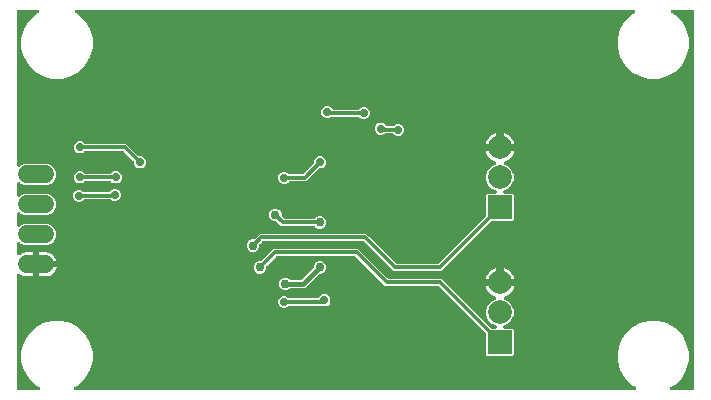
<source format=gbr>
G04 EAGLE Gerber RS-274X export*
G75*
%MOMM*%
%FSLAX34Y34*%
%LPD*%
%INBottom Copper*%
%IPPOS*%
%AMOC8*
5,1,8,0,0,1.08239X$1,22.5*%
G01*
%ADD10C,2.000000*%
%ADD11R,2.000000X2.000000*%
%ADD12C,1.524000*%
%ADD13C,0.756400*%
%ADD14C,0.304800*%
%ADD15C,0.711200*%
%ADD16C,1.524000*%
%ADD17C,0.406400*%

G36*
X28461Y10175D02*
X28461Y10175D01*
X28586Y10181D01*
X28634Y10195D01*
X28683Y10201D01*
X28801Y10243D01*
X28921Y10277D01*
X28964Y10301D01*
X29011Y10318D01*
X29116Y10386D01*
X29225Y10447D01*
X29262Y10480D01*
X29304Y10507D01*
X29391Y10597D01*
X29483Y10681D01*
X29512Y10722D01*
X29546Y10758D01*
X29610Y10865D01*
X29681Y10968D01*
X29699Y11014D01*
X29725Y11057D01*
X29763Y11176D01*
X29809Y11292D01*
X29816Y11342D01*
X29831Y11389D01*
X29841Y11513D01*
X29859Y11637D01*
X29855Y11687D01*
X29859Y11736D01*
X29841Y11860D01*
X29830Y11984D01*
X29815Y12032D01*
X29807Y12081D01*
X29761Y12197D01*
X29723Y12316D01*
X29697Y12359D01*
X29679Y12405D01*
X29607Y12507D01*
X29543Y12615D01*
X29508Y12650D01*
X29480Y12691D01*
X29387Y12774D01*
X29300Y12864D01*
X29248Y12900D01*
X29221Y12924D01*
X29179Y12947D01*
X29098Y13003D01*
X25587Y15030D01*
X19983Y20634D01*
X16021Y27498D01*
X13969Y35153D01*
X13969Y43079D01*
X16021Y50734D01*
X19983Y57598D01*
X25587Y63202D01*
X32451Y67164D01*
X40106Y69216D01*
X48032Y69216D01*
X55687Y67164D01*
X62551Y63202D01*
X68155Y57598D01*
X72117Y50734D01*
X74169Y43079D01*
X74169Y35153D01*
X72117Y27498D01*
X68155Y20634D01*
X62551Y15030D01*
X59040Y13003D01*
X58939Y12929D01*
X58834Y12861D01*
X58800Y12825D01*
X58760Y12796D01*
X58679Y12700D01*
X58592Y12610D01*
X58566Y12568D01*
X58534Y12530D01*
X58477Y12418D01*
X58413Y12311D01*
X58398Y12264D01*
X58375Y12220D01*
X58345Y12098D01*
X58307Y11979D01*
X58303Y11930D01*
X58291Y11881D01*
X58289Y11756D01*
X58279Y11632D01*
X58286Y11583D01*
X58286Y11533D01*
X58312Y11411D01*
X58331Y11287D01*
X58349Y11241D01*
X58360Y11192D01*
X58413Y11080D01*
X58459Y10963D01*
X58488Y10923D01*
X58509Y10878D01*
X58587Y10780D01*
X58658Y10677D01*
X58695Y10644D01*
X58726Y10605D01*
X58824Y10527D01*
X58917Y10444D01*
X58960Y10420D01*
X58999Y10389D01*
X59113Y10336D01*
X59222Y10275D01*
X59270Y10262D01*
X59315Y10240D01*
X59437Y10214D01*
X59557Y10180D01*
X59620Y10175D01*
X59656Y10168D01*
X59703Y10169D01*
X59801Y10161D01*
X533162Y10161D01*
X533286Y10175D01*
X533411Y10181D01*
X533459Y10195D01*
X533508Y10201D01*
X533626Y10243D01*
X533746Y10277D01*
X533789Y10301D01*
X533836Y10318D01*
X533941Y10386D01*
X534050Y10447D01*
X534087Y10480D01*
X534129Y10507D01*
X534216Y10597D01*
X534308Y10681D01*
X534337Y10722D01*
X534371Y10758D01*
X534435Y10865D01*
X534506Y10968D01*
X534524Y11014D01*
X534550Y11057D01*
X534588Y11176D01*
X534634Y11292D01*
X534641Y11342D01*
X534656Y11389D01*
X534666Y11513D01*
X534684Y11637D01*
X534680Y11687D01*
X534684Y11736D01*
X534666Y11860D01*
X534655Y11984D01*
X534640Y12032D01*
X534632Y12081D01*
X534586Y12197D01*
X534548Y12316D01*
X534522Y12359D01*
X534504Y12405D01*
X534432Y12507D01*
X534368Y12615D01*
X534333Y12650D01*
X534305Y12691D01*
X534212Y12774D01*
X534125Y12864D01*
X534073Y12900D01*
X534046Y12924D01*
X534004Y12947D01*
X533923Y13003D01*
X530412Y15030D01*
X524808Y20634D01*
X520846Y27498D01*
X518794Y35153D01*
X518794Y43079D01*
X520846Y50734D01*
X524808Y57598D01*
X530412Y63202D01*
X537276Y67164D01*
X544931Y69216D01*
X552857Y69216D01*
X560512Y67164D01*
X567376Y63202D01*
X572980Y57598D01*
X576942Y50734D01*
X578994Y43079D01*
X578994Y35153D01*
X576942Y27498D01*
X572980Y20634D01*
X567376Y15030D01*
X563865Y13003D01*
X563764Y12929D01*
X563659Y12861D01*
X563625Y12825D01*
X563585Y12796D01*
X563504Y12700D01*
X563417Y12610D01*
X563391Y12568D01*
X563359Y12530D01*
X563302Y12418D01*
X563238Y12311D01*
X563223Y12264D01*
X563200Y12220D01*
X563170Y12098D01*
X563132Y11979D01*
X563128Y11930D01*
X563116Y11881D01*
X563114Y11756D01*
X563104Y11632D01*
X563111Y11583D01*
X563111Y11533D01*
X563137Y11411D01*
X563156Y11287D01*
X563174Y11241D01*
X563185Y11192D01*
X563238Y11080D01*
X563284Y10963D01*
X563313Y10923D01*
X563334Y10878D01*
X563412Y10780D01*
X563483Y10677D01*
X563520Y10644D01*
X563551Y10605D01*
X563649Y10527D01*
X563742Y10444D01*
X563785Y10420D01*
X563824Y10389D01*
X563938Y10336D01*
X564047Y10275D01*
X564095Y10262D01*
X564140Y10240D01*
X564262Y10214D01*
X564382Y10180D01*
X564445Y10175D01*
X564481Y10168D01*
X564528Y10169D01*
X564626Y10161D01*
X581916Y10161D01*
X581942Y10164D01*
X581968Y10162D01*
X582115Y10184D01*
X582262Y10201D01*
X582287Y10209D01*
X582313Y10213D01*
X582451Y10268D01*
X582590Y10318D01*
X582612Y10332D01*
X582637Y10342D01*
X582758Y10427D01*
X582883Y10507D01*
X582901Y10526D01*
X582923Y10541D01*
X583022Y10651D01*
X583125Y10758D01*
X583139Y10780D01*
X583156Y10800D01*
X583228Y10930D01*
X583304Y11057D01*
X583312Y11082D01*
X583325Y11105D01*
X583365Y11248D01*
X583410Y11389D01*
X583412Y11415D01*
X583420Y11440D01*
X583439Y11684D01*
X583439Y331116D01*
X583436Y331142D01*
X583438Y331168D01*
X583416Y331315D01*
X583399Y331462D01*
X583391Y331487D01*
X583387Y331513D01*
X583332Y331651D01*
X583282Y331790D01*
X583268Y331812D01*
X583258Y331837D01*
X583173Y331958D01*
X583093Y332083D01*
X583074Y332101D01*
X583059Y332123D01*
X582949Y332222D01*
X582842Y332325D01*
X582820Y332339D01*
X582800Y332356D01*
X582670Y332428D01*
X582543Y332504D01*
X582518Y332512D01*
X582495Y332525D01*
X582352Y332565D01*
X582211Y332610D01*
X582185Y332612D01*
X582160Y332620D01*
X581916Y332639D01*
X565459Y332639D01*
X565335Y332625D01*
X565210Y332619D01*
X565162Y332605D01*
X565113Y332599D01*
X564996Y332557D01*
X564875Y332523D01*
X564832Y332499D01*
X564785Y332482D01*
X564680Y332414D01*
X564571Y332353D01*
X564534Y332320D01*
X564492Y332293D01*
X564405Y332203D01*
X564313Y332119D01*
X564285Y332078D01*
X564250Y332042D01*
X564186Y331935D01*
X564115Y331832D01*
X564097Y331786D01*
X564071Y331743D01*
X564033Y331624D01*
X563987Y331508D01*
X563980Y331458D01*
X563965Y331411D01*
X563955Y331287D01*
X563937Y331163D01*
X563941Y331113D01*
X563937Y331064D01*
X563956Y330940D01*
X563966Y330816D01*
X563981Y330768D01*
X563989Y330719D01*
X564035Y330603D01*
X564073Y330484D01*
X564099Y330441D01*
X564117Y330395D01*
X564189Y330293D01*
X564253Y330185D01*
X564288Y330150D01*
X564316Y330109D01*
X564409Y330025D01*
X564496Y329936D01*
X564548Y329900D01*
X564575Y329876D01*
X564617Y329853D01*
X564698Y329797D01*
X567376Y328251D01*
X572980Y322647D01*
X576942Y315783D01*
X578994Y308128D01*
X578994Y300202D01*
X576942Y292547D01*
X572980Y285683D01*
X567376Y280079D01*
X560512Y276117D01*
X552857Y274065D01*
X544931Y274065D01*
X537276Y276117D01*
X530412Y280079D01*
X524808Y285683D01*
X520846Y292547D01*
X518794Y300202D01*
X518794Y308128D01*
X520846Y315783D01*
X524808Y322647D01*
X530412Y328251D01*
X533090Y329797D01*
X533191Y329871D01*
X533296Y329939D01*
X533330Y329975D01*
X533370Y330004D01*
X533451Y330100D01*
X533538Y330190D01*
X533563Y330232D01*
X533596Y330270D01*
X533653Y330382D01*
X533717Y330489D01*
X533732Y330536D01*
X533755Y330580D01*
X533785Y330702D01*
X533823Y330821D01*
X533827Y330870D01*
X533839Y330919D01*
X533841Y331044D01*
X533851Y331168D01*
X533844Y331217D01*
X533844Y331267D01*
X533818Y331389D01*
X533799Y331513D01*
X533781Y331559D01*
X533770Y331608D01*
X533717Y331720D01*
X533671Y331837D01*
X533642Y331877D01*
X533621Y331922D01*
X533543Y332020D01*
X533472Y332123D01*
X533435Y332156D01*
X533404Y332195D01*
X533306Y332273D01*
X533213Y332356D01*
X533169Y332380D01*
X533130Y332411D01*
X533017Y332464D01*
X532908Y332525D01*
X532860Y332538D01*
X532815Y332560D01*
X532693Y332586D01*
X532572Y332620D01*
X532510Y332625D01*
X532474Y332632D01*
X532426Y332631D01*
X532329Y332639D01*
X60634Y332639D01*
X60510Y332625D01*
X60385Y332619D01*
X60337Y332605D01*
X60288Y332599D01*
X60171Y332557D01*
X60050Y332523D01*
X60007Y332499D01*
X59960Y332482D01*
X59855Y332414D01*
X59746Y332353D01*
X59709Y332320D01*
X59667Y332293D01*
X59580Y332203D01*
X59488Y332119D01*
X59460Y332078D01*
X59425Y332042D01*
X59361Y331935D01*
X59290Y331832D01*
X59272Y331786D01*
X59246Y331743D01*
X59208Y331624D01*
X59162Y331508D01*
X59155Y331458D01*
X59140Y331411D01*
X59130Y331287D01*
X59112Y331163D01*
X59116Y331113D01*
X59112Y331064D01*
X59131Y330940D01*
X59141Y330816D01*
X59156Y330768D01*
X59164Y330719D01*
X59210Y330603D01*
X59248Y330484D01*
X59274Y330441D01*
X59292Y330395D01*
X59364Y330293D01*
X59428Y330185D01*
X59463Y330150D01*
X59491Y330109D01*
X59584Y330025D01*
X59671Y329936D01*
X59723Y329900D01*
X59750Y329876D01*
X59792Y329853D01*
X59873Y329797D01*
X62551Y328251D01*
X68155Y322647D01*
X72117Y315783D01*
X74169Y308128D01*
X74169Y300202D01*
X72117Y292547D01*
X68155Y285683D01*
X62551Y280079D01*
X55687Y276117D01*
X48032Y274065D01*
X40106Y274065D01*
X32451Y276117D01*
X25587Y280079D01*
X19983Y285683D01*
X16021Y292547D01*
X13969Y300202D01*
X13969Y308128D01*
X16021Y315783D01*
X19983Y322647D01*
X25587Y328251D01*
X28265Y329797D01*
X28366Y329871D01*
X28471Y329939D01*
X28505Y329975D01*
X28545Y330004D01*
X28626Y330100D01*
X28713Y330190D01*
X28738Y330232D01*
X28771Y330270D01*
X28828Y330382D01*
X28892Y330489D01*
X28907Y330536D01*
X28930Y330580D01*
X28960Y330702D01*
X28998Y330821D01*
X29002Y330870D01*
X29014Y330919D01*
X29016Y331044D01*
X29026Y331168D01*
X29019Y331217D01*
X29019Y331267D01*
X28993Y331389D01*
X28974Y331513D01*
X28956Y331559D01*
X28945Y331608D01*
X28892Y331720D01*
X28846Y331837D01*
X28817Y331877D01*
X28796Y331922D01*
X28718Y332020D01*
X28647Y332123D01*
X28610Y332156D01*
X28579Y332195D01*
X28481Y332273D01*
X28388Y332356D01*
X28344Y332380D01*
X28305Y332411D01*
X28192Y332464D01*
X28083Y332525D01*
X28035Y332538D01*
X27990Y332560D01*
X27868Y332586D01*
X27747Y332620D01*
X27685Y332625D01*
X27649Y332632D01*
X27601Y332631D01*
X27504Y332639D01*
X11684Y332639D01*
X11658Y332636D01*
X11632Y332638D01*
X11485Y332616D01*
X11338Y332599D01*
X11313Y332591D01*
X11287Y332587D01*
X11149Y332532D01*
X11010Y332482D01*
X10988Y332468D01*
X10963Y332458D01*
X10842Y332373D01*
X10717Y332293D01*
X10699Y332274D01*
X10677Y332259D01*
X10578Y332149D01*
X10475Y332042D01*
X10461Y332020D01*
X10444Y332000D01*
X10372Y331870D01*
X10296Y331743D01*
X10288Y331718D01*
X10275Y331695D01*
X10235Y331552D01*
X10190Y331411D01*
X10188Y331385D01*
X10180Y331360D01*
X10161Y331116D01*
X10161Y201015D01*
X10172Y200915D01*
X10174Y200815D01*
X10192Y200742D01*
X10201Y200669D01*
X10235Y200574D01*
X10259Y200477D01*
X10293Y200411D01*
X10318Y200340D01*
X10373Y200256D01*
X10419Y200167D01*
X10467Y200110D01*
X10507Y200048D01*
X10579Y199978D01*
X10644Y199901D01*
X10704Y199857D01*
X10758Y199805D01*
X10844Y199754D01*
X10925Y199694D01*
X10993Y199665D01*
X11057Y199627D01*
X11153Y199596D01*
X11245Y199556D01*
X11318Y199543D01*
X11389Y199520D01*
X11489Y199512D01*
X11588Y199495D01*
X11662Y199498D01*
X11736Y199492D01*
X11836Y199507D01*
X11936Y199512D01*
X12007Y199533D01*
X12081Y199544D01*
X12174Y199581D01*
X12271Y199609D01*
X12336Y199645D01*
X12405Y199673D01*
X12487Y199730D01*
X12575Y199779D01*
X12651Y199844D01*
X12691Y199872D01*
X12715Y199898D01*
X12761Y199938D01*
X13616Y200793D01*
X16977Y202185D01*
X35855Y202185D01*
X39216Y200792D01*
X41788Y198220D01*
X43181Y194859D01*
X43181Y191221D01*
X41788Y187860D01*
X39216Y185288D01*
X35855Y183895D01*
X16977Y183895D01*
X13616Y185287D01*
X12761Y186142D01*
X12682Y186205D01*
X12610Y186275D01*
X12546Y186313D01*
X12488Y186359D01*
X12397Y186402D01*
X12311Y186453D01*
X12240Y186476D01*
X12173Y186508D01*
X12075Y186529D01*
X11979Y186560D01*
X11905Y186566D01*
X11832Y186581D01*
X11732Y186580D01*
X11632Y186588D01*
X11558Y186577D01*
X11484Y186575D01*
X11387Y186551D01*
X11287Y186536D01*
X11218Y186508D01*
X11146Y186490D01*
X11057Y186444D01*
X10963Y186407D01*
X10902Y186365D01*
X10836Y186331D01*
X10760Y186266D01*
X10677Y186208D01*
X10627Y186153D01*
X10571Y186105D01*
X10511Y186024D01*
X10444Y185949D01*
X10408Y185884D01*
X10363Y185825D01*
X10324Y185732D01*
X10275Y185644D01*
X10255Y185573D01*
X10225Y185505D01*
X10208Y185406D01*
X10180Y185309D01*
X10172Y185209D01*
X10164Y185162D01*
X10166Y185126D01*
X10161Y185065D01*
X10161Y175615D01*
X10172Y175515D01*
X10174Y175415D01*
X10192Y175342D01*
X10201Y175269D01*
X10235Y175174D01*
X10259Y175077D01*
X10293Y175011D01*
X10318Y174940D01*
X10373Y174856D01*
X10419Y174767D01*
X10467Y174710D01*
X10507Y174648D01*
X10579Y174578D01*
X10644Y174501D01*
X10704Y174457D01*
X10758Y174405D01*
X10844Y174354D01*
X10925Y174294D01*
X10993Y174265D01*
X11057Y174227D01*
X11153Y174196D01*
X11245Y174156D01*
X11318Y174143D01*
X11389Y174120D01*
X11489Y174112D01*
X11588Y174095D01*
X11662Y174098D01*
X11736Y174092D01*
X11836Y174107D01*
X11936Y174112D01*
X12007Y174133D01*
X12081Y174144D01*
X12174Y174181D01*
X12271Y174209D01*
X12336Y174245D01*
X12405Y174273D01*
X12487Y174330D01*
X12575Y174379D01*
X12651Y174444D01*
X12691Y174472D01*
X12715Y174498D01*
X12761Y174538D01*
X13616Y175393D01*
X16977Y176785D01*
X35855Y176785D01*
X39216Y175392D01*
X41788Y172820D01*
X43181Y169459D01*
X43181Y165821D01*
X41788Y162460D01*
X39216Y159888D01*
X35855Y158495D01*
X16977Y158495D01*
X13616Y159887D01*
X12761Y160742D01*
X12682Y160805D01*
X12610Y160875D01*
X12546Y160913D01*
X12488Y160959D01*
X12397Y161002D01*
X12311Y161053D01*
X12240Y161076D01*
X12173Y161108D01*
X12075Y161129D01*
X11979Y161160D01*
X11905Y161166D01*
X11832Y161181D01*
X11732Y161180D01*
X11632Y161188D01*
X11558Y161177D01*
X11484Y161175D01*
X11387Y161151D01*
X11287Y161136D01*
X11218Y161108D01*
X11146Y161090D01*
X11057Y161044D01*
X10963Y161007D01*
X10902Y160965D01*
X10836Y160931D01*
X10760Y160866D01*
X10677Y160808D01*
X10627Y160753D01*
X10571Y160705D01*
X10511Y160624D01*
X10444Y160549D01*
X10408Y160484D01*
X10363Y160425D01*
X10324Y160332D01*
X10275Y160244D01*
X10255Y160173D01*
X10225Y160105D01*
X10208Y160006D01*
X10180Y159909D01*
X10172Y159809D01*
X10164Y159762D01*
X10166Y159726D01*
X10161Y159665D01*
X10161Y150215D01*
X10172Y150115D01*
X10174Y150015D01*
X10192Y149942D01*
X10201Y149869D01*
X10235Y149774D01*
X10259Y149677D01*
X10293Y149611D01*
X10318Y149540D01*
X10373Y149456D01*
X10419Y149367D01*
X10467Y149310D01*
X10507Y149248D01*
X10579Y149178D01*
X10644Y149101D01*
X10704Y149057D01*
X10758Y149005D01*
X10844Y148954D01*
X10925Y148894D01*
X10993Y148865D01*
X11057Y148827D01*
X11153Y148796D01*
X11245Y148756D01*
X11318Y148743D01*
X11389Y148720D01*
X11489Y148712D01*
X11588Y148695D01*
X11662Y148698D01*
X11736Y148692D01*
X11836Y148707D01*
X11936Y148712D01*
X12007Y148733D01*
X12081Y148744D01*
X12174Y148781D01*
X12271Y148809D01*
X12336Y148845D01*
X12405Y148873D01*
X12487Y148930D01*
X12575Y148979D01*
X12651Y149044D01*
X12691Y149072D01*
X12715Y149098D01*
X12761Y149138D01*
X13616Y149993D01*
X16977Y151385D01*
X35855Y151385D01*
X39216Y149992D01*
X41788Y147420D01*
X43181Y144059D01*
X43181Y140421D01*
X41788Y137060D01*
X39216Y134488D01*
X35855Y133095D01*
X16977Y133095D01*
X13616Y134487D01*
X12761Y135342D01*
X12682Y135405D01*
X12610Y135475D01*
X12546Y135513D01*
X12488Y135559D01*
X12397Y135602D01*
X12311Y135653D01*
X12240Y135676D01*
X12173Y135708D01*
X12075Y135729D01*
X11979Y135760D01*
X11905Y135766D01*
X11832Y135781D01*
X11732Y135780D01*
X11632Y135788D01*
X11558Y135777D01*
X11484Y135775D01*
X11387Y135751D01*
X11287Y135736D01*
X11218Y135708D01*
X11146Y135690D01*
X11057Y135644D01*
X10963Y135607D01*
X10902Y135565D01*
X10836Y135531D01*
X10760Y135466D01*
X10677Y135408D01*
X10627Y135353D01*
X10571Y135305D01*
X10511Y135224D01*
X10444Y135149D01*
X10408Y135084D01*
X10363Y135025D01*
X10324Y134932D01*
X10275Y134844D01*
X10255Y134773D01*
X10225Y134705D01*
X10208Y134606D01*
X10180Y134509D01*
X10172Y134409D01*
X10164Y134362D01*
X10166Y134326D01*
X10161Y134265D01*
X10161Y126115D01*
X10179Y125961D01*
X10192Y125806D01*
X10198Y125788D01*
X10201Y125769D01*
X10253Y125623D01*
X10302Y125475D01*
X10312Y125459D01*
X10318Y125441D01*
X10403Y125310D01*
X10483Y125178D01*
X10497Y125164D01*
X10507Y125148D01*
X10619Y125040D01*
X10728Y124929D01*
X10744Y124919D01*
X10758Y124906D01*
X10891Y124826D01*
X11022Y124743D01*
X11040Y124737D01*
X11057Y124727D01*
X11205Y124680D01*
X11351Y124629D01*
X11370Y124627D01*
X11389Y124621D01*
X11543Y124608D01*
X11698Y124592D01*
X11717Y124594D01*
X11736Y124593D01*
X11890Y124616D01*
X12044Y124635D01*
X12062Y124641D01*
X12081Y124644D01*
X12226Y124702D01*
X12371Y124755D01*
X12390Y124767D01*
X12405Y124773D01*
X12441Y124798D01*
X12579Y124883D01*
X13471Y125530D01*
X14896Y126256D01*
X16417Y126751D01*
X17996Y127001D01*
X23877Y127001D01*
X23877Y117856D01*
X23880Y117830D01*
X23878Y117804D01*
X23900Y117657D01*
X23917Y117510D01*
X23925Y117485D01*
X23929Y117459D01*
X23984Y117321D01*
X24034Y117182D01*
X24048Y117160D01*
X24058Y117135D01*
X24143Y117014D01*
X24223Y116889D01*
X24242Y116871D01*
X24257Y116849D01*
X24273Y116835D01*
X24191Y116750D01*
X24177Y116727D01*
X24160Y116708D01*
X24088Y116578D01*
X24012Y116451D01*
X24004Y116426D01*
X23991Y116403D01*
X23951Y116260D01*
X23906Y116119D01*
X23903Y116093D01*
X23896Y116068D01*
X23877Y115824D01*
X23877Y106679D01*
X17996Y106679D01*
X16417Y106929D01*
X14896Y107424D01*
X13471Y108150D01*
X12579Y108797D01*
X12444Y108873D01*
X12311Y108953D01*
X12293Y108959D01*
X12276Y108969D01*
X12127Y109012D01*
X11979Y109059D01*
X11960Y109061D01*
X11941Y109066D01*
X11786Y109075D01*
X11632Y109087D01*
X11613Y109085D01*
X11593Y109086D01*
X11440Y109059D01*
X11287Y109036D01*
X11269Y109029D01*
X11250Y109025D01*
X11107Y108964D01*
X10963Y108907D01*
X10947Y108896D01*
X10930Y108888D01*
X10804Y108797D01*
X10677Y108708D01*
X10664Y108694D01*
X10649Y108682D01*
X10547Y108564D01*
X10444Y108449D01*
X10434Y108432D01*
X10422Y108418D01*
X10350Y108280D01*
X10275Y108144D01*
X10270Y108126D01*
X10261Y108108D01*
X10223Y107959D01*
X10180Y107809D01*
X10178Y107786D01*
X10175Y107771D01*
X10174Y107727D01*
X10161Y107565D01*
X10161Y11684D01*
X10164Y11658D01*
X10162Y11632D01*
X10184Y11485D01*
X10201Y11338D01*
X10209Y11313D01*
X10213Y11287D01*
X10268Y11149D01*
X10318Y11010D01*
X10332Y10988D01*
X10342Y10963D01*
X10427Y10842D01*
X10507Y10717D01*
X10526Y10699D01*
X10541Y10677D01*
X10651Y10578D01*
X10758Y10475D01*
X10780Y10461D01*
X10800Y10444D01*
X10930Y10372D01*
X11057Y10296D01*
X11082Y10288D01*
X11105Y10275D01*
X11248Y10235D01*
X11389Y10190D01*
X11415Y10188D01*
X11440Y10180D01*
X11684Y10161D01*
X28337Y10161D01*
X28461Y10175D01*
G37*
%LPC*%
G36*
X328937Y111251D02*
X328937Y111251D01*
X326705Y113483D01*
X303983Y136205D01*
X303884Y136284D01*
X303790Y136368D01*
X303748Y136392D01*
X303710Y136422D01*
X303596Y136476D01*
X303485Y136537D01*
X303439Y136550D01*
X303395Y136571D01*
X303272Y136597D01*
X303150Y136632D01*
X303089Y136637D01*
X303055Y136644D01*
X303007Y136643D01*
X302906Y136651D01*
X218810Y136651D01*
X218684Y136637D01*
X218558Y136630D01*
X218512Y136617D01*
X218464Y136611D01*
X218345Y136569D01*
X218223Y136534D01*
X218181Y136510D01*
X218135Y136494D01*
X218029Y136425D01*
X217919Y136364D01*
X217873Y136324D01*
X217843Y136305D01*
X217809Y136270D01*
X217733Y136205D01*
X215811Y134283D01*
X215732Y134184D01*
X215648Y134090D01*
X215624Y134048D01*
X215594Y134010D01*
X215540Y133896D01*
X215479Y133785D01*
X215466Y133739D01*
X215445Y133695D01*
X215419Y133572D01*
X215384Y133450D01*
X215379Y133389D01*
X215372Y133355D01*
X215373Y133307D01*
X215365Y133206D01*
X215365Y131786D01*
X214557Y129836D01*
X213064Y128343D01*
X211114Y127535D01*
X209002Y127535D01*
X207052Y128343D01*
X205559Y129836D01*
X204751Y131786D01*
X204751Y133898D01*
X205559Y135848D01*
X207052Y137341D01*
X209002Y138149D01*
X210422Y138149D01*
X210548Y138163D01*
X210674Y138170D01*
X210720Y138183D01*
X210768Y138189D01*
X210887Y138231D01*
X211009Y138266D01*
X211051Y138290D01*
X211097Y138306D01*
X211203Y138375D01*
X211313Y138436D01*
X211359Y138476D01*
X211389Y138495D01*
X211423Y138530D01*
X211499Y138595D01*
X213421Y140517D01*
X215653Y142749D01*
X306063Y142749D01*
X308295Y140517D01*
X331017Y117795D01*
X331116Y117716D01*
X331210Y117632D01*
X331252Y117608D01*
X331290Y117578D01*
X331404Y117524D01*
X331515Y117463D01*
X331561Y117450D01*
X331605Y117429D01*
X331728Y117403D01*
X331850Y117368D01*
X331911Y117363D01*
X331945Y117356D01*
X331993Y117357D01*
X332094Y117349D01*
X366406Y117349D01*
X366532Y117363D01*
X366658Y117370D01*
X366704Y117383D01*
X366752Y117389D01*
X366871Y117431D01*
X366993Y117466D01*
X367035Y117490D01*
X367081Y117506D01*
X367187Y117575D01*
X367297Y117636D01*
X367343Y117676D01*
X367373Y117695D01*
X367407Y117730D01*
X367483Y117795D01*
X407129Y157441D01*
X407208Y157540D01*
X407292Y157634D01*
X407316Y157676D01*
X407346Y157714D01*
X407400Y157828D01*
X407461Y157939D01*
X407474Y157985D01*
X407495Y158029D01*
X407521Y158152D01*
X407556Y158274D01*
X407561Y158335D01*
X407568Y158369D01*
X407567Y158417D01*
X407575Y158518D01*
X407575Y175732D01*
X408468Y176625D01*
X414824Y176625D01*
X414874Y176630D01*
X414925Y176628D01*
X415047Y176650D01*
X415171Y176665D01*
X415218Y176682D01*
X415268Y176691D01*
X415382Y176740D01*
X415499Y176782D01*
X415541Y176809D01*
X415587Y176829D01*
X415687Y176904D01*
X415792Y176971D01*
X415827Y177007D01*
X415867Y177037D01*
X415947Y177132D01*
X416034Y177222D01*
X416060Y177265D01*
X416092Y177303D01*
X416149Y177414D01*
X416213Y177521D01*
X416228Y177569D01*
X416251Y177614D01*
X416281Y177734D01*
X416319Y177853D01*
X416323Y177903D01*
X416335Y177952D01*
X416337Y178076D01*
X416347Y178200D01*
X416339Y178250D01*
X416340Y178300D01*
X416314Y178422D01*
X416295Y178545D01*
X416276Y178592D01*
X416266Y178641D01*
X416212Y178753D01*
X416166Y178869D01*
X416138Y178910D01*
X416116Y178956D01*
X416038Y179053D01*
X415967Y179155D01*
X415930Y179189D01*
X415899Y179228D01*
X415801Y179305D01*
X415709Y179388D01*
X415665Y179413D01*
X415625Y179444D01*
X415407Y179555D01*
X412572Y180730D01*
X409330Y183972D01*
X407575Y188208D01*
X407575Y192792D01*
X409330Y197028D01*
X412572Y200270D01*
X414933Y201248D01*
X415073Y201326D01*
X415214Y201401D01*
X415225Y201411D01*
X415238Y201418D01*
X415356Y201525D01*
X415477Y201630D01*
X415485Y201642D01*
X415496Y201652D01*
X415586Y201783D01*
X415680Y201913D01*
X415686Y201927D01*
X415694Y201938D01*
X415752Y202086D01*
X415814Y202235D01*
X415817Y202249D01*
X415822Y202263D01*
X415845Y202420D01*
X415871Y202579D01*
X415871Y202593D01*
X415873Y202607D01*
X415859Y202768D01*
X415849Y202926D01*
X415845Y202940D01*
X415844Y202955D01*
X415794Y203108D01*
X415748Y203260D01*
X415741Y203273D01*
X415737Y203286D01*
X415654Y203424D01*
X415574Y203562D01*
X415565Y203573D01*
X415557Y203585D01*
X415445Y203700D01*
X415336Y203817D01*
X415324Y203825D01*
X415314Y203835D01*
X415180Y203921D01*
X415047Y204010D01*
X415031Y204017D01*
X415021Y204023D01*
X414985Y204036D01*
X414821Y204104D01*
X414286Y204278D01*
X412527Y205174D01*
X410930Y206335D01*
X409535Y207730D01*
X408374Y209327D01*
X407478Y211086D01*
X406904Y212853D01*
X417576Y212853D01*
X417602Y212856D01*
X417628Y212854D01*
X417775Y212876D01*
X417922Y212893D01*
X417947Y212901D01*
X417973Y212905D01*
X418111Y212960D01*
X418250Y213010D01*
X418272Y213024D01*
X418297Y213034D01*
X418418Y213119D01*
X418543Y213199D01*
X418561Y213218D01*
X418583Y213233D01*
X418682Y213343D01*
X418785Y213450D01*
X418799Y213472D01*
X418816Y213492D01*
X418888Y213622D01*
X418964Y213749D01*
X418972Y213774D01*
X418985Y213797D01*
X419025Y213940D01*
X419070Y214081D01*
X419072Y214107D01*
X419079Y214132D01*
X419099Y214376D01*
X419099Y215901D01*
X419101Y215901D01*
X419101Y214376D01*
X419104Y214350D01*
X419102Y214324D01*
X419124Y214177D01*
X419141Y214030D01*
X419150Y214005D01*
X419153Y213979D01*
X419208Y213841D01*
X419258Y213702D01*
X419273Y213680D01*
X419282Y213655D01*
X419367Y213534D01*
X419447Y213409D01*
X419466Y213391D01*
X419481Y213369D01*
X419591Y213270D01*
X419698Y213167D01*
X419720Y213153D01*
X419740Y213136D01*
X419870Y213064D01*
X419997Y212988D01*
X420022Y212980D01*
X420045Y212967D01*
X420188Y212927D01*
X420329Y212882D01*
X420355Y212880D01*
X420380Y212872D01*
X420624Y212853D01*
X431296Y212853D01*
X430722Y211086D01*
X429826Y209327D01*
X428665Y207730D01*
X427270Y206335D01*
X425673Y205174D01*
X423914Y204278D01*
X423379Y204104D01*
X423234Y204038D01*
X423087Y203974D01*
X423075Y203965D01*
X423062Y203959D01*
X422936Y203862D01*
X422807Y203766D01*
X422798Y203755D01*
X422786Y203746D01*
X422685Y203622D01*
X422582Y203500D01*
X422576Y203487D01*
X422566Y203476D01*
X422496Y203332D01*
X422423Y203190D01*
X422420Y203176D01*
X422414Y203163D01*
X422378Y203007D01*
X422339Y202852D01*
X422339Y202837D01*
X422336Y202823D01*
X422337Y202663D01*
X422334Y202503D01*
X422337Y202489D01*
X422337Y202475D01*
X422374Y202319D01*
X422409Y202163D01*
X422415Y202150D01*
X422418Y202136D01*
X422490Y201992D01*
X422558Y201848D01*
X422567Y201837D01*
X422574Y201824D01*
X422676Y201700D01*
X422776Y201576D01*
X422787Y201567D01*
X422796Y201555D01*
X422924Y201459D01*
X423049Y201360D01*
X423065Y201352D01*
X423074Y201345D01*
X423109Y201329D01*
X423267Y201248D01*
X425628Y200270D01*
X428870Y197028D01*
X430625Y192792D01*
X430625Y188208D01*
X428870Y183972D01*
X425628Y180730D01*
X422793Y179555D01*
X422749Y179531D01*
X422701Y179514D01*
X422597Y179446D01*
X422488Y179386D01*
X422451Y179352D01*
X422408Y179325D01*
X422322Y179235D01*
X422230Y179152D01*
X422201Y179110D01*
X422166Y179074D01*
X422102Y178967D01*
X422032Y178865D01*
X422013Y178818D01*
X421987Y178775D01*
X421949Y178657D01*
X421904Y178541D01*
X421897Y178491D01*
X421881Y178443D01*
X421871Y178319D01*
X421853Y178196D01*
X421857Y178146D01*
X421853Y178096D01*
X421872Y177973D01*
X421882Y177849D01*
X421897Y177801D01*
X421905Y177751D01*
X421951Y177636D01*
X421989Y177517D01*
X422015Y177474D01*
X422034Y177427D01*
X422104Y177325D01*
X422169Y177219D01*
X422204Y177182D01*
X422233Y177141D01*
X422325Y177058D01*
X422412Y176969D01*
X422454Y176941D01*
X422491Y176908D01*
X422600Y176848D01*
X422705Y176780D01*
X422752Y176763D01*
X422796Y176739D01*
X422916Y176705D01*
X423033Y176664D01*
X423083Y176658D01*
X423132Y176644D01*
X423376Y176625D01*
X429732Y176625D01*
X430625Y175732D01*
X430625Y154468D01*
X429732Y153575D01*
X412518Y153575D01*
X412392Y153561D01*
X412266Y153554D01*
X412220Y153541D01*
X412172Y153535D01*
X412053Y153493D01*
X411931Y153458D01*
X411889Y153434D01*
X411843Y153418D01*
X411737Y153349D01*
X411627Y153288D01*
X411581Y153248D01*
X411551Y153229D01*
X411517Y153194D01*
X411441Y153129D01*
X369563Y111251D01*
X328937Y111251D01*
G37*
%LPD*%
%LPC*%
G36*
X408468Y39275D02*
X408468Y39275D01*
X407575Y40168D01*
X407575Y57382D01*
X407572Y57408D01*
X407574Y57434D01*
X407560Y57533D01*
X407554Y57634D01*
X407541Y57680D01*
X407535Y57728D01*
X407526Y57754D01*
X407523Y57778D01*
X407486Y57870D01*
X407458Y57969D01*
X407434Y58011D01*
X407418Y58057D01*
X407403Y58080D01*
X407394Y58102D01*
X407339Y58182D01*
X407288Y58273D01*
X407248Y58319D01*
X407229Y58349D01*
X407208Y58369D01*
X407195Y58388D01*
X407171Y58410D01*
X407129Y58459D01*
X367483Y98105D01*
X367384Y98184D01*
X367290Y98268D01*
X367248Y98292D01*
X367210Y98322D01*
X367096Y98376D01*
X366985Y98437D01*
X366939Y98450D01*
X366895Y98471D01*
X366772Y98497D01*
X366650Y98532D01*
X366589Y98537D01*
X366554Y98544D01*
X366506Y98543D01*
X366406Y98551D01*
X321825Y98551D01*
X296871Y123505D01*
X296772Y123584D01*
X296678Y123668D01*
X296636Y123692D01*
X296598Y123722D01*
X296484Y123776D01*
X296373Y123837D01*
X296327Y123850D01*
X296283Y123871D01*
X296160Y123897D01*
X296038Y123932D01*
X295977Y123937D01*
X295942Y123944D01*
X295894Y123943D01*
X295794Y123951D01*
X230494Y123951D01*
X230368Y123937D01*
X230242Y123930D01*
X230196Y123917D01*
X230148Y123911D01*
X230029Y123869D01*
X229907Y123834D01*
X229865Y123810D01*
X229819Y123794D01*
X229713Y123725D01*
X229603Y123664D01*
X229557Y123624D01*
X229527Y123605D01*
X229493Y123570D01*
X229417Y123505D01*
X221653Y115741D01*
X221574Y115642D01*
X221490Y115548D01*
X221466Y115506D01*
X221436Y115468D01*
X221382Y115354D01*
X221321Y115243D01*
X221308Y115197D01*
X221287Y115153D01*
X221261Y115030D01*
X221226Y114908D01*
X221221Y114847D01*
X221214Y114812D01*
X221215Y114764D01*
X221207Y114664D01*
X221207Y113244D01*
X220399Y111294D01*
X218906Y109801D01*
X216956Y108993D01*
X214844Y108993D01*
X212894Y109801D01*
X211401Y111294D01*
X210593Y113244D01*
X210593Y115356D01*
X211401Y117306D01*
X212894Y118799D01*
X214844Y119607D01*
X216264Y119607D01*
X216390Y119621D01*
X216516Y119628D01*
X216562Y119641D01*
X216610Y119647D01*
X216729Y119689D01*
X216851Y119724D01*
X216893Y119748D01*
X216939Y119764D01*
X217045Y119833D01*
X217155Y119894D01*
X217201Y119934D01*
X217231Y119953D01*
X217265Y119988D01*
X217341Y120053D01*
X227337Y130049D01*
X298951Y130049D01*
X323905Y105095D01*
X324004Y105016D01*
X324098Y104932D01*
X324140Y104908D01*
X324178Y104878D01*
X324292Y104824D01*
X324403Y104763D01*
X324449Y104750D01*
X324493Y104729D01*
X324616Y104703D01*
X324738Y104668D01*
X324799Y104663D01*
X324834Y104656D01*
X324882Y104657D01*
X324982Y104649D01*
X369563Y104649D01*
X411441Y62771D01*
X411540Y62692D01*
X411634Y62608D01*
X411676Y62584D01*
X411714Y62554D01*
X411828Y62500D01*
X411939Y62439D01*
X411985Y62426D01*
X412029Y62405D01*
X412152Y62379D01*
X412274Y62344D01*
X412335Y62339D01*
X412370Y62332D01*
X412418Y62333D01*
X412518Y62325D01*
X414824Y62325D01*
X414874Y62330D01*
X414925Y62328D01*
X415047Y62350D01*
X415171Y62365D01*
X415218Y62382D01*
X415268Y62391D01*
X415382Y62440D01*
X415499Y62482D01*
X415541Y62509D01*
X415587Y62529D01*
X415687Y62604D01*
X415792Y62671D01*
X415827Y62707D01*
X415867Y62737D01*
X415947Y62832D01*
X416034Y62922D01*
X416060Y62965D01*
X416092Y63003D01*
X416149Y63114D01*
X416213Y63221D01*
X416228Y63269D01*
X416251Y63314D01*
X416281Y63434D01*
X416319Y63553D01*
X416323Y63603D01*
X416335Y63652D01*
X416337Y63776D01*
X416347Y63900D01*
X416339Y63950D01*
X416340Y64000D01*
X416314Y64122D01*
X416295Y64245D01*
X416276Y64292D01*
X416266Y64341D01*
X416212Y64453D01*
X416166Y64569D01*
X416138Y64610D01*
X416116Y64656D01*
X416038Y64753D01*
X415967Y64855D01*
X415930Y64889D01*
X415899Y64928D01*
X415801Y65005D01*
X415709Y65088D01*
X415665Y65113D01*
X415625Y65144D01*
X415407Y65255D01*
X412572Y66430D01*
X409330Y69672D01*
X407575Y73908D01*
X407575Y78492D01*
X409330Y82728D01*
X412572Y85970D01*
X414933Y86948D01*
X415073Y87026D01*
X415214Y87101D01*
X415225Y87111D01*
X415238Y87118D01*
X415356Y87225D01*
X415477Y87330D01*
X415485Y87342D01*
X415496Y87352D01*
X415586Y87483D01*
X415680Y87613D01*
X415686Y87627D01*
X415694Y87638D01*
X415752Y87786D01*
X415814Y87935D01*
X415817Y87949D01*
X415822Y87963D01*
X415845Y88120D01*
X415871Y88279D01*
X415871Y88293D01*
X415873Y88307D01*
X415859Y88468D01*
X415849Y88626D01*
X415845Y88640D01*
X415844Y88655D01*
X415795Y88807D01*
X415748Y88960D01*
X415741Y88973D01*
X415737Y88986D01*
X415654Y89124D01*
X415574Y89262D01*
X415565Y89273D01*
X415557Y89285D01*
X415445Y89400D01*
X415336Y89517D01*
X415324Y89525D01*
X415314Y89535D01*
X415180Y89621D01*
X415047Y89710D01*
X415031Y89717D01*
X415021Y89723D01*
X414985Y89736D01*
X414821Y89804D01*
X414286Y89978D01*
X412527Y90874D01*
X410930Y92035D01*
X409535Y93430D01*
X408374Y95027D01*
X407478Y96786D01*
X406904Y98553D01*
X417576Y98553D01*
X417602Y98556D01*
X417628Y98554D01*
X417775Y98576D01*
X417922Y98593D01*
X417947Y98601D01*
X417973Y98605D01*
X418111Y98660D01*
X418250Y98710D01*
X418272Y98724D01*
X418297Y98734D01*
X418418Y98819D01*
X418543Y98899D01*
X418561Y98918D01*
X418583Y98933D01*
X418682Y99043D01*
X418785Y99150D01*
X418799Y99172D01*
X418816Y99192D01*
X418888Y99322D01*
X418964Y99449D01*
X418972Y99474D01*
X418985Y99497D01*
X419025Y99640D01*
X419070Y99781D01*
X419072Y99807D01*
X419079Y99832D01*
X419099Y100076D01*
X419099Y101601D01*
X419101Y101601D01*
X419101Y100076D01*
X419104Y100050D01*
X419102Y100024D01*
X419124Y99877D01*
X419141Y99730D01*
X419150Y99705D01*
X419153Y99679D01*
X419208Y99541D01*
X419258Y99402D01*
X419273Y99380D01*
X419282Y99355D01*
X419367Y99234D01*
X419447Y99109D01*
X419466Y99091D01*
X419481Y99069D01*
X419591Y98970D01*
X419698Y98867D01*
X419720Y98853D01*
X419740Y98836D01*
X419870Y98764D01*
X419997Y98688D01*
X420022Y98680D01*
X420045Y98667D01*
X420188Y98627D01*
X420329Y98582D01*
X420355Y98580D01*
X420380Y98572D01*
X420624Y98553D01*
X431296Y98553D01*
X430722Y96786D01*
X429826Y95027D01*
X428665Y93430D01*
X427270Y92035D01*
X425673Y90874D01*
X423914Y89978D01*
X423379Y89804D01*
X423234Y89738D01*
X423087Y89674D01*
X423075Y89665D01*
X423062Y89659D01*
X422936Y89562D01*
X422807Y89466D01*
X422798Y89455D01*
X422786Y89446D01*
X422684Y89321D01*
X422582Y89200D01*
X422576Y89187D01*
X422566Y89176D01*
X422496Y89032D01*
X422423Y88890D01*
X422420Y88876D01*
X422414Y88863D01*
X422378Y88707D01*
X422339Y88552D01*
X422339Y88537D01*
X422336Y88523D01*
X422337Y88363D01*
X422334Y88203D01*
X422337Y88189D01*
X422337Y88175D01*
X422374Y88019D01*
X422409Y87863D01*
X422415Y87850D01*
X422418Y87836D01*
X422490Y87692D01*
X422558Y87548D01*
X422567Y87537D01*
X422574Y87524D01*
X422676Y87400D01*
X422776Y87276D01*
X422787Y87267D01*
X422796Y87255D01*
X422924Y87159D01*
X423049Y87060D01*
X423065Y87052D01*
X423074Y87045D01*
X423109Y87029D01*
X423267Y86948D01*
X425628Y85970D01*
X428870Y82728D01*
X430625Y78492D01*
X430625Y73908D01*
X428870Y69672D01*
X425628Y66430D01*
X422793Y65255D01*
X422749Y65231D01*
X422701Y65214D01*
X422597Y65146D01*
X422488Y65086D01*
X422451Y65052D01*
X422408Y65025D01*
X422322Y64935D01*
X422230Y64852D01*
X422201Y64810D01*
X422166Y64774D01*
X422102Y64667D01*
X422032Y64565D01*
X422013Y64518D01*
X421987Y64475D01*
X421949Y64357D01*
X421904Y64241D01*
X421897Y64191D01*
X421881Y64143D01*
X421871Y64019D01*
X421853Y63896D01*
X421857Y63846D01*
X421853Y63796D01*
X421872Y63673D01*
X421882Y63549D01*
X421897Y63501D01*
X421905Y63451D01*
X421951Y63336D01*
X421989Y63217D01*
X422015Y63174D01*
X422034Y63127D01*
X422104Y63025D01*
X422169Y62919D01*
X422204Y62882D01*
X422233Y62841D01*
X422325Y62758D01*
X422412Y62669D01*
X422454Y62641D01*
X422491Y62608D01*
X422600Y62548D01*
X422705Y62480D01*
X422752Y62463D01*
X422796Y62439D01*
X422916Y62405D01*
X423033Y62364D01*
X423083Y62358D01*
X423132Y62344D01*
X423376Y62325D01*
X429732Y62325D01*
X430625Y61432D01*
X430625Y40168D01*
X429732Y39275D01*
X408468Y39275D01*
G37*
%LPD*%
%LPC*%
G36*
X113289Y198119D02*
X113289Y198119D01*
X111422Y198893D01*
X109993Y200322D01*
X109219Y202189D01*
X109219Y203338D01*
X109205Y203464D01*
X109198Y203590D01*
X109185Y203636D01*
X109179Y203684D01*
X109137Y203803D01*
X109102Y203925D01*
X109078Y203967D01*
X109062Y204013D01*
X108993Y204119D01*
X108932Y204229D01*
X108892Y204275D01*
X108873Y204305D01*
X108838Y204339D01*
X108773Y204415D01*
X100783Y212405D01*
X100684Y212484D01*
X100590Y212568D01*
X100548Y212592D01*
X100510Y212622D01*
X100396Y212676D01*
X100285Y212737D01*
X100239Y212750D01*
X100195Y212771D01*
X100072Y212797D01*
X99950Y212832D01*
X99889Y212837D01*
X99854Y212844D01*
X99806Y212843D01*
X99706Y212851D01*
X68267Y212851D01*
X68142Y212837D01*
X68016Y212830D01*
X67969Y212817D01*
X67921Y212811D01*
X67802Y212769D01*
X67681Y212734D01*
X67639Y212710D01*
X67593Y212694D01*
X67487Y212625D01*
X67377Y212564D01*
X67330Y212524D01*
X67300Y212505D01*
X67267Y212470D01*
X67190Y212405D01*
X66378Y211593D01*
X64511Y210819D01*
X62489Y210819D01*
X60622Y211593D01*
X59193Y213022D01*
X58419Y214889D01*
X58419Y216911D01*
X59193Y218778D01*
X60622Y220207D01*
X62489Y220981D01*
X64511Y220981D01*
X66378Y220207D01*
X67190Y219395D01*
X67289Y219316D01*
X67383Y219232D01*
X67426Y219208D01*
X67463Y219178D01*
X67578Y219124D01*
X67688Y219063D01*
X67735Y219050D01*
X67778Y219029D01*
X67902Y219003D01*
X68024Y218968D01*
X68084Y218963D01*
X68119Y218956D01*
X68167Y218957D01*
X68267Y218949D01*
X102863Y218949D01*
X113085Y208727D01*
X113184Y208648D01*
X113278Y208564D01*
X113320Y208540D01*
X113358Y208510D01*
X113472Y208456D01*
X113583Y208395D01*
X113629Y208382D01*
X113673Y208361D01*
X113796Y208335D01*
X113918Y208300D01*
X113979Y208295D01*
X114014Y208288D01*
X114062Y208289D01*
X114162Y208281D01*
X115311Y208281D01*
X117178Y207507D01*
X118607Y206078D01*
X119381Y204211D01*
X119381Y202189D01*
X118607Y200322D01*
X117178Y198893D01*
X115311Y198119D01*
X113289Y198119D01*
G37*
%LPD*%
%LPC*%
G36*
X265644Y147093D02*
X265644Y147093D01*
X263694Y147901D01*
X262690Y148905D01*
X262591Y148984D01*
X262497Y149068D01*
X262455Y149092D01*
X262417Y149122D01*
X262303Y149176D01*
X262192Y149237D01*
X262146Y149250D01*
X262102Y149271D01*
X261979Y149297D01*
X261857Y149332D01*
X261796Y149337D01*
X261761Y149344D01*
X261713Y149343D01*
X261613Y149351D01*
X233941Y149351D01*
X230295Y152997D01*
X230196Y153076D01*
X230102Y153160D01*
X230060Y153184D01*
X230022Y153214D01*
X229908Y153268D01*
X229797Y153329D01*
X229751Y153342D01*
X229707Y153363D01*
X229584Y153389D01*
X229462Y153424D01*
X229401Y153429D01*
X229366Y153436D01*
X229318Y153435D01*
X229218Y153443D01*
X227798Y153443D01*
X225848Y154251D01*
X224355Y155744D01*
X223547Y157694D01*
X223547Y159806D01*
X224355Y161756D01*
X225848Y163249D01*
X227798Y164057D01*
X229910Y164057D01*
X231860Y163249D01*
X233353Y161756D01*
X234161Y159806D01*
X234161Y158386D01*
X234175Y158260D01*
X234182Y158134D01*
X234195Y158088D01*
X234201Y158040D01*
X234243Y157921D01*
X234278Y157799D01*
X234302Y157757D01*
X234318Y157711D01*
X234387Y157605D01*
X234448Y157495D01*
X234488Y157449D01*
X234507Y157419D01*
X234542Y157385D01*
X234607Y157309D01*
X236021Y155895D01*
X236120Y155816D01*
X236214Y155732D01*
X236256Y155708D01*
X236294Y155678D01*
X236408Y155624D01*
X236519Y155563D01*
X236565Y155550D01*
X236609Y155529D01*
X236732Y155503D01*
X236854Y155468D01*
X236915Y155463D01*
X236950Y155456D01*
X236998Y155457D01*
X237098Y155449D01*
X261613Y155449D01*
X261739Y155463D01*
X261865Y155470D01*
X261911Y155483D01*
X261959Y155489D01*
X262078Y155531D01*
X262200Y155566D01*
X262242Y155590D01*
X262287Y155606D01*
X262393Y155675D01*
X262504Y155736D01*
X262550Y155776D01*
X262580Y155795D01*
X262614Y155830D01*
X262690Y155895D01*
X263694Y156899D01*
X265644Y157707D01*
X267756Y157707D01*
X269706Y156899D01*
X271199Y155406D01*
X272007Y153456D01*
X272007Y151344D01*
X271199Y149394D01*
X269706Y147901D01*
X267756Y147093D01*
X265644Y147093D01*
G37*
%LPD*%
%LPC*%
G36*
X236434Y95023D02*
X236434Y95023D01*
X234484Y95831D01*
X232991Y97324D01*
X232183Y99274D01*
X232183Y101386D01*
X232991Y103336D01*
X234484Y104829D01*
X236434Y105637D01*
X238546Y105637D01*
X240496Y104829D01*
X240992Y104333D01*
X241091Y104254D01*
X241185Y104170D01*
X241227Y104146D01*
X241265Y104116D01*
X241379Y104062D01*
X241490Y104001D01*
X241536Y103988D01*
X241580Y103967D01*
X241703Y103941D01*
X241825Y103906D01*
X241886Y103901D01*
X241921Y103894D01*
X241969Y103895D01*
X242069Y103887D01*
X250626Y103887D01*
X250751Y103901D01*
X250878Y103908D01*
X250924Y103921D01*
X250972Y103927D01*
X251091Y103969D01*
X251212Y104004D01*
X251255Y104028D01*
X251300Y104044D01*
X251406Y104113D01*
X251517Y104174D01*
X251563Y104214D01*
X251593Y104233D01*
X251626Y104268D01*
X251703Y104333D01*
X260947Y113577D01*
X261026Y113676D01*
X261110Y113770D01*
X261134Y113812D01*
X261164Y113850D01*
X261218Y113964D01*
X261279Y114075D01*
X261292Y114122D01*
X261313Y114165D01*
X261339Y114289D01*
X261374Y114410D01*
X261379Y114471D01*
X261386Y114506D01*
X261385Y114554D01*
X261393Y114654D01*
X261393Y115356D01*
X262201Y117306D01*
X263694Y118799D01*
X265644Y119607D01*
X267756Y119607D01*
X269706Y118799D01*
X271199Y117306D01*
X272007Y115356D01*
X272007Y113244D01*
X271199Y111294D01*
X269706Y109801D01*
X267756Y108993D01*
X267054Y108993D01*
X266929Y108979D01*
X266802Y108972D01*
X266756Y108959D01*
X266708Y108953D01*
X266589Y108911D01*
X266468Y108876D01*
X266425Y108852D01*
X266380Y108836D01*
X266274Y108767D01*
X266163Y108706D01*
X266117Y108666D01*
X266087Y108647D01*
X266054Y108612D01*
X265977Y108547D01*
X254203Y96773D01*
X242069Y96773D01*
X241943Y96759D01*
X241817Y96752D01*
X241771Y96739D01*
X241723Y96733D01*
X241604Y96691D01*
X241482Y96656D01*
X241440Y96632D01*
X241395Y96616D01*
X241289Y96547D01*
X241178Y96486D01*
X241132Y96446D01*
X241102Y96427D01*
X241068Y96392D01*
X240992Y96327D01*
X240496Y95831D01*
X238546Y95023D01*
X236434Y95023D01*
G37*
%LPD*%
%LPC*%
G36*
X235463Y185165D02*
X235463Y185165D01*
X233596Y185939D01*
X232167Y187368D01*
X231393Y189235D01*
X231393Y191257D01*
X232167Y193124D01*
X233596Y194553D01*
X235463Y195327D01*
X237485Y195327D01*
X239267Y194588D01*
X239352Y194553D01*
X240164Y193741D01*
X240263Y193662D01*
X240357Y193578D01*
X240400Y193554D01*
X240437Y193524D01*
X240552Y193470D01*
X240662Y193409D01*
X240709Y193396D01*
X240752Y193375D01*
X240876Y193349D01*
X240998Y193314D01*
X241058Y193309D01*
X241093Y193302D01*
X241141Y193303D01*
X241241Y193295D01*
X251852Y193295D01*
X251978Y193309D01*
X252104Y193316D01*
X252150Y193329D01*
X252198Y193335D01*
X252317Y193377D01*
X252439Y193412D01*
X252481Y193436D01*
X252527Y193452D01*
X252633Y193521D01*
X252743Y193582D01*
X252789Y193622D01*
X252819Y193641D01*
X252853Y193676D01*
X252929Y193741D01*
X261173Y201985D01*
X261252Y202084D01*
X261336Y202178D01*
X261360Y202220D01*
X261390Y202258D01*
X261444Y202372D01*
X261505Y202483D01*
X261518Y202529D01*
X261539Y202573D01*
X261565Y202696D01*
X261600Y202818D01*
X261605Y202879D01*
X261612Y202914D01*
X261611Y202962D01*
X261619Y203062D01*
X261619Y204211D01*
X262393Y206078D01*
X263822Y207507D01*
X265689Y208281D01*
X267711Y208281D01*
X269578Y207507D01*
X271007Y206078D01*
X271781Y204211D01*
X271781Y202189D01*
X271007Y200322D01*
X269578Y198893D01*
X267711Y198119D01*
X266562Y198119D01*
X266436Y198105D01*
X266310Y198098D01*
X266264Y198085D01*
X266216Y198079D01*
X266097Y198037D01*
X265975Y198002D01*
X265933Y197978D01*
X265887Y197962D01*
X265781Y197893D01*
X265671Y197832D01*
X265625Y197792D01*
X265595Y197773D01*
X265561Y197738D01*
X265485Y197673D01*
X255009Y187197D01*
X241241Y187197D01*
X241116Y187183D01*
X240990Y187176D01*
X240943Y187163D01*
X240895Y187157D01*
X240776Y187115D01*
X240655Y187080D01*
X240613Y187056D01*
X240567Y187040D01*
X240461Y186971D01*
X240351Y186910D01*
X240304Y186870D01*
X240274Y186851D01*
X240241Y186816D01*
X240164Y186751D01*
X239352Y185939D01*
X237485Y185165D01*
X235463Y185165D01*
G37*
%LPD*%
%LPC*%
G36*
X235209Y80009D02*
X235209Y80009D01*
X233342Y80783D01*
X231913Y82212D01*
X231139Y84079D01*
X231139Y86101D01*
X231913Y87968D01*
X233342Y89397D01*
X235209Y90171D01*
X237231Y90171D01*
X238888Y89484D01*
X239098Y89397D01*
X239910Y88585D01*
X240009Y88506D01*
X240103Y88422D01*
X240146Y88398D01*
X240183Y88368D01*
X240298Y88314D01*
X240408Y88253D01*
X240455Y88240D01*
X240498Y88219D01*
X240622Y88193D01*
X240744Y88158D01*
X240804Y88153D01*
X240839Y88146D01*
X240887Y88147D01*
X240987Y88139D01*
X264730Y88139D01*
X264805Y88147D01*
X264882Y88146D01*
X264978Y88167D01*
X265076Y88179D01*
X265148Y88204D01*
X265222Y88221D01*
X265311Y88263D01*
X265404Y88296D01*
X265468Y88338D01*
X265537Y88370D01*
X265614Y88432D01*
X265697Y88485D01*
X265750Y88540D01*
X265810Y88588D01*
X265871Y88665D01*
X265939Y88736D01*
X265978Y88801D01*
X266026Y88861D01*
X266094Y88994D01*
X266118Y89035D01*
X266124Y89053D01*
X266137Y89079D01*
X266203Y89238D01*
X267632Y90667D01*
X269499Y91441D01*
X271521Y91441D01*
X273388Y90667D01*
X274817Y89238D01*
X275591Y87371D01*
X275591Y85349D01*
X274817Y83482D01*
X273388Y82053D01*
X271521Y81279D01*
X269499Y81279D01*
X268631Y81639D01*
X267940Y81925D01*
X267938Y81926D01*
X267936Y81927D01*
X267769Y81974D01*
X267605Y82021D01*
X267603Y82021D01*
X267601Y82022D01*
X267357Y82041D01*
X240987Y82041D01*
X240862Y82027D01*
X240736Y82020D01*
X240689Y82007D01*
X240641Y82001D01*
X240522Y81959D01*
X240401Y81924D01*
X240359Y81900D01*
X240313Y81884D01*
X240207Y81815D01*
X240097Y81754D01*
X240050Y81714D01*
X240020Y81695D01*
X239987Y81660D01*
X239910Y81595D01*
X239098Y80783D01*
X237231Y80009D01*
X235209Y80009D01*
G37*
%LPD*%
%LPC*%
G36*
X302773Y239775D02*
X302773Y239775D01*
X300906Y240549D01*
X300094Y241361D01*
X299995Y241440D01*
X299901Y241524D01*
X299858Y241548D01*
X299821Y241578D01*
X299706Y241632D01*
X299596Y241693D01*
X299549Y241706D01*
X299506Y241727D01*
X299382Y241753D01*
X299260Y241788D01*
X299200Y241793D01*
X299165Y241800D01*
X299117Y241799D01*
X299017Y241807D01*
X276801Y241807D01*
X276676Y241793D01*
X276550Y241786D01*
X276503Y241773D01*
X276455Y241767D01*
X276336Y241725D01*
X276215Y241690D01*
X276173Y241666D01*
X276127Y241650D01*
X276021Y241581D01*
X275911Y241520D01*
X275864Y241480D01*
X275834Y241461D01*
X275801Y241426D01*
X275724Y241361D01*
X275674Y241311D01*
X273807Y240537D01*
X271785Y240537D01*
X269918Y241311D01*
X268489Y242740D01*
X267715Y244607D01*
X267715Y246629D01*
X268489Y248496D01*
X269918Y249925D01*
X271785Y250699D01*
X273807Y250699D01*
X275674Y249925D01*
X277248Y248351D01*
X277347Y248272D01*
X277441Y248188D01*
X277484Y248164D01*
X277521Y248134D01*
X277636Y248080D01*
X277746Y248019D01*
X277793Y248006D01*
X277836Y247985D01*
X277960Y247959D01*
X278082Y247924D01*
X278142Y247919D01*
X278177Y247912D01*
X278225Y247913D01*
X278325Y247905D01*
X299017Y247905D01*
X299142Y247919D01*
X299268Y247926D01*
X299315Y247939D01*
X299363Y247945D01*
X299482Y247987D01*
X299603Y248022D01*
X299645Y248046D01*
X299691Y248062D01*
X299797Y248131D01*
X299907Y248192D01*
X299954Y248232D01*
X299984Y248251D01*
X300017Y248286D01*
X300094Y248351D01*
X300906Y249163D01*
X302773Y249937D01*
X304795Y249937D01*
X306662Y249163D01*
X308091Y247734D01*
X308865Y245867D01*
X308865Y243845D01*
X308091Y241978D01*
X306662Y240549D01*
X304795Y239775D01*
X302773Y239775D01*
G37*
%LPD*%
%LPC*%
G36*
X61727Y169925D02*
X61727Y169925D01*
X59860Y170699D01*
X58431Y172128D01*
X57657Y173995D01*
X57657Y176017D01*
X58431Y177884D01*
X59860Y179313D01*
X61727Y180087D01*
X63749Y180087D01*
X65616Y179313D01*
X66428Y178501D01*
X66527Y178422D01*
X66621Y178338D01*
X66664Y178314D01*
X66701Y178284D01*
X66816Y178230D01*
X66926Y178169D01*
X66973Y178156D01*
X67016Y178135D01*
X67140Y178109D01*
X67262Y178074D01*
X67322Y178069D01*
X67357Y178062D01*
X67405Y178063D01*
X67505Y178055D01*
X87435Y178055D01*
X87560Y178069D01*
X87686Y178076D01*
X87733Y178089D01*
X87781Y178095D01*
X87900Y178137D01*
X88021Y178172D01*
X88063Y178196D01*
X88109Y178212D01*
X88215Y178281D01*
X88325Y178342D01*
X88372Y178382D01*
X88402Y178401D01*
X88435Y178436D01*
X88512Y178501D01*
X90086Y180075D01*
X91953Y180849D01*
X93975Y180849D01*
X95842Y180075D01*
X97271Y178646D01*
X98045Y176779D01*
X98045Y174757D01*
X97271Y172890D01*
X95842Y171461D01*
X93975Y170687D01*
X91953Y170687D01*
X90086Y171461D01*
X90036Y171511D01*
X89937Y171590D01*
X89843Y171674D01*
X89801Y171698D01*
X89763Y171728D01*
X89649Y171782D01*
X89538Y171843D01*
X89491Y171856D01*
X89448Y171877D01*
X89324Y171903D01*
X89202Y171938D01*
X89142Y171943D01*
X89107Y171950D01*
X89059Y171949D01*
X88959Y171957D01*
X67505Y171957D01*
X67380Y171943D01*
X67254Y171936D01*
X67207Y171923D01*
X67159Y171917D01*
X67040Y171875D01*
X66919Y171840D01*
X66877Y171816D01*
X66831Y171800D01*
X66725Y171731D01*
X66615Y171670D01*
X66568Y171630D01*
X66538Y171611D01*
X66505Y171576D01*
X66428Y171511D01*
X65616Y170699D01*
X63749Y169925D01*
X61727Y169925D01*
G37*
%LPD*%
%LPC*%
G36*
X62489Y185419D02*
X62489Y185419D01*
X60622Y186193D01*
X59193Y187622D01*
X58419Y189489D01*
X58419Y191511D01*
X59193Y193378D01*
X60622Y194807D01*
X62489Y195581D01*
X64511Y195581D01*
X66378Y194807D01*
X67190Y193995D01*
X67290Y193916D01*
X67383Y193832D01*
X67425Y193808D01*
X67463Y193778D01*
X67578Y193724D01*
X67688Y193663D01*
X67735Y193650D01*
X67778Y193629D01*
X67902Y193603D01*
X68024Y193568D01*
X68084Y193563D01*
X68119Y193556D01*
X68167Y193557D01*
X68267Y193549D01*
X88959Y193549D01*
X89084Y193563D01*
X89210Y193570D01*
X89257Y193583D01*
X89305Y193589D01*
X89424Y193631D01*
X89545Y193666D01*
X89587Y193690D01*
X89633Y193706D01*
X89739Y193775D01*
X89849Y193836D01*
X89896Y193876D01*
X89926Y193895D01*
X89959Y193930D01*
X90036Y193995D01*
X90848Y194807D01*
X92715Y195581D01*
X94737Y195581D01*
X96604Y194807D01*
X98033Y193378D01*
X98807Y191511D01*
X98807Y189489D01*
X98033Y187622D01*
X96604Y186193D01*
X94737Y185419D01*
X92715Y185419D01*
X90848Y186193D01*
X90036Y187005D01*
X89937Y187084D01*
X89843Y187168D01*
X89800Y187192D01*
X89763Y187222D01*
X89648Y187276D01*
X89538Y187337D01*
X89491Y187350D01*
X89448Y187371D01*
X89324Y187397D01*
X89202Y187432D01*
X89142Y187437D01*
X89107Y187444D01*
X89059Y187443D01*
X88959Y187451D01*
X68267Y187451D01*
X68142Y187437D01*
X68016Y187430D01*
X67969Y187417D01*
X67921Y187411D01*
X67802Y187369D01*
X67681Y187334D01*
X67639Y187310D01*
X67593Y187294D01*
X67487Y187225D01*
X67377Y187164D01*
X67330Y187124D01*
X67300Y187105D01*
X67267Y187070D01*
X67190Y187005D01*
X66378Y186193D01*
X64511Y185419D01*
X62489Y185419D01*
G37*
%LPD*%
%LPC*%
G36*
X331983Y225805D02*
X331983Y225805D01*
X330116Y226579D01*
X329304Y227391D01*
X329205Y227470D01*
X329111Y227554D01*
X329068Y227578D01*
X329031Y227608D01*
X328916Y227662D01*
X328806Y227723D01*
X328759Y227736D01*
X328716Y227757D01*
X328592Y227783D01*
X328470Y227818D01*
X328410Y227823D01*
X328375Y227830D01*
X328327Y227829D01*
X328227Y227837D01*
X322013Y227837D01*
X321888Y227823D01*
X321762Y227816D01*
X321715Y227803D01*
X321667Y227797D01*
X321548Y227755D01*
X321427Y227720D01*
X321385Y227696D01*
X321339Y227680D01*
X321328Y227672D01*
X319273Y226821D01*
X317251Y226821D01*
X315384Y227595D01*
X313955Y229024D01*
X313181Y230891D01*
X313181Y232913D01*
X313955Y234780D01*
X315384Y236209D01*
X317251Y236983D01*
X319273Y236983D01*
X321140Y236209D01*
X322584Y234765D01*
X322595Y234737D01*
X322651Y234657D01*
X322699Y234571D01*
X322751Y234514D01*
X322794Y234451D01*
X322867Y234385D01*
X322933Y234312D01*
X322996Y234269D01*
X323053Y234218D01*
X323139Y234170D01*
X323220Y234114D01*
X323291Y234086D01*
X323358Y234049D01*
X323453Y234022D01*
X323544Y233986D01*
X323620Y233975D01*
X323693Y233954D01*
X323842Y233942D01*
X323889Y233935D01*
X323908Y233937D01*
X323937Y233935D01*
X328227Y233935D01*
X328352Y233949D01*
X328478Y233956D01*
X328525Y233969D01*
X328573Y233975D01*
X328692Y234017D01*
X328813Y234052D01*
X328855Y234076D01*
X328901Y234092D01*
X329007Y234161D01*
X329117Y234222D01*
X329164Y234262D01*
X329194Y234281D01*
X329227Y234316D01*
X329304Y234381D01*
X330116Y235193D01*
X331983Y235967D01*
X334005Y235967D01*
X335872Y235193D01*
X337301Y233764D01*
X338075Y231897D01*
X338075Y229875D01*
X337301Y228008D01*
X335872Y226579D01*
X334005Y225805D01*
X331983Y225805D01*
G37*
%LPD*%
%LPC*%
G36*
X28955Y119379D02*
X28955Y119379D01*
X28955Y127001D01*
X34836Y127001D01*
X36415Y126751D01*
X37936Y126256D01*
X39361Y125530D01*
X40655Y124590D01*
X41786Y123459D01*
X42726Y122165D01*
X43452Y120740D01*
X43895Y119379D01*
X28955Y119379D01*
G37*
%LPD*%
%LPC*%
G36*
X28955Y106679D02*
X28955Y106679D01*
X28955Y114301D01*
X43895Y114301D01*
X43452Y112940D01*
X42726Y111515D01*
X41786Y110221D01*
X40655Y109090D01*
X39361Y108150D01*
X37936Y107424D01*
X36415Y106929D01*
X34836Y106679D01*
X28955Y106679D01*
G37*
%LPD*%
%LPC*%
G36*
X422147Y218947D02*
X422147Y218947D01*
X422147Y228096D01*
X423914Y227522D01*
X425673Y226626D01*
X427270Y225465D01*
X428665Y224070D01*
X429826Y222473D01*
X430722Y220714D01*
X431296Y218947D01*
X422147Y218947D01*
G37*
%LPD*%
%LPC*%
G36*
X422147Y104647D02*
X422147Y104647D01*
X422147Y113796D01*
X423914Y113222D01*
X425673Y112326D01*
X427270Y111165D01*
X428665Y109770D01*
X429826Y108173D01*
X430722Y106414D01*
X431296Y104647D01*
X422147Y104647D01*
G37*
%LPD*%
%LPC*%
G36*
X406904Y218947D02*
X406904Y218947D01*
X407478Y220714D01*
X408374Y222473D01*
X409535Y224070D01*
X410930Y225465D01*
X412527Y226626D01*
X414286Y227522D01*
X416053Y228096D01*
X416053Y218947D01*
X406904Y218947D01*
G37*
%LPD*%
%LPC*%
G36*
X406904Y104647D02*
X406904Y104647D01*
X407478Y106414D01*
X408374Y108173D01*
X409535Y109770D01*
X410930Y111165D01*
X412527Y112326D01*
X414286Y113222D01*
X416053Y113796D01*
X416053Y104647D01*
X406904Y104647D01*
G37*
%LPD*%
D10*
X419100Y76200D03*
D11*
X419100Y50800D03*
D10*
X419100Y101600D03*
X419100Y190500D03*
D11*
X419100Y165100D03*
D10*
X419100Y215900D03*
D12*
X34036Y193040D02*
X18796Y193040D01*
X18796Y167640D02*
X34036Y167640D01*
X34036Y142240D02*
X18796Y142240D01*
X18796Y116840D02*
X34036Y116840D01*
D13*
X215900Y114300D03*
D14*
X228600Y127000D01*
X323088Y101600D02*
X368300Y101600D01*
X297688Y127000D02*
X228600Y127000D01*
X297688Y127000D02*
X323088Y101600D01*
X368300Y101600D02*
X419100Y50800D01*
D13*
X210058Y132842D03*
D14*
X216916Y139700D01*
X304800Y139700D02*
X330200Y114300D01*
X368300Y114300D01*
X419100Y165100D01*
X304800Y139700D02*
X216916Y139700D01*
D13*
X91440Y160020D03*
X91440Y86360D03*
X351790Y50292D03*
X351790Y64262D03*
X349758Y127762D03*
X350012Y140716D03*
X270002Y189484D03*
X236982Y205232D03*
X270002Y169164D03*
D15*
X303530Y231648D03*
X124206Y151384D03*
D16*
X190500Y254000D03*
D15*
X332994Y230886D03*
D14*
X319278Y230886D01*
X318262Y231902D01*
D15*
X318262Y231902D03*
X63500Y215900D03*
D14*
X101600Y215900D01*
X114300Y203200D01*
D15*
X114300Y203200D03*
X236220Y85090D03*
D14*
X269240Y85090D01*
X270510Y86360D01*
D15*
X270510Y86360D03*
X303784Y244856D03*
D14*
X273558Y244856D01*
X272796Y245618D01*
D15*
X272796Y245618D03*
D13*
X237490Y100330D03*
D17*
X252730Y100330D01*
X266700Y114300D01*
D13*
X266700Y114300D03*
X266700Y152400D03*
D14*
X235204Y152400D01*
X228854Y158750D01*
D13*
X228854Y158750D03*
D15*
X266700Y203200D03*
D14*
X253746Y190246D01*
X236474Y190246D01*
D15*
X236474Y190246D03*
X62738Y175006D03*
D14*
X92202Y175006D01*
X92964Y175768D01*
D15*
X92964Y175768D03*
X63500Y190500D03*
D14*
X93726Y190500D01*
D15*
X93726Y190500D03*
M02*

</source>
